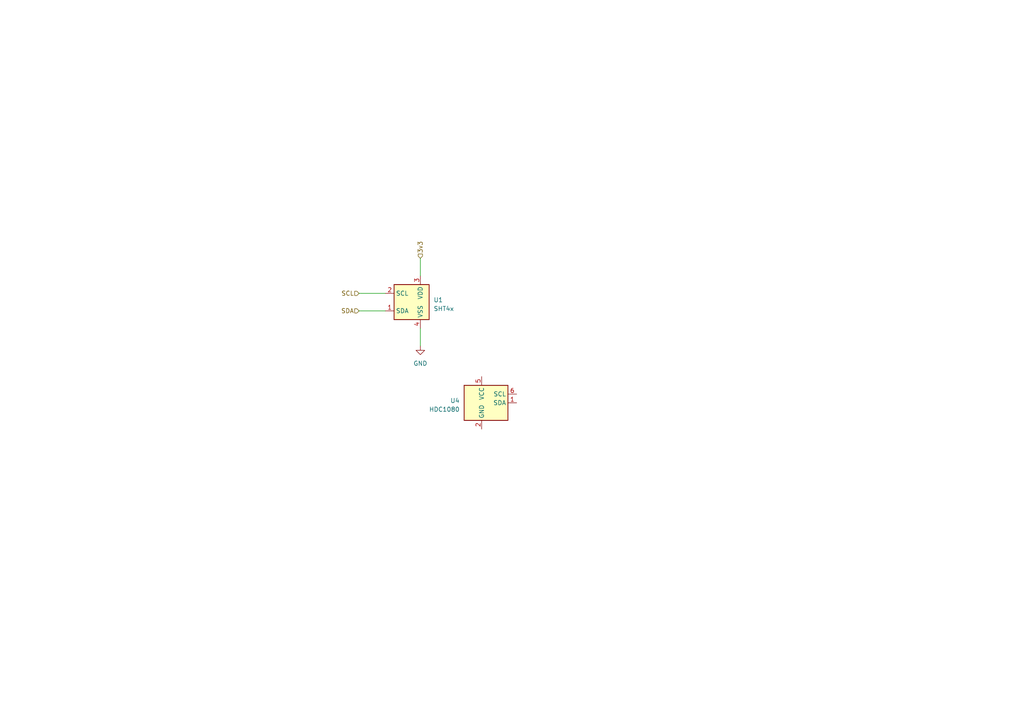
<source format=kicad_sch>
(kicad_sch (version 20230121) (generator eeschema)

  (uuid de5c73f6-f288-4517-b09b-7ee62778e801)

  (paper "A4")

  (lib_symbols
    (symbol "Sensor_Humidity:HDC1080" (in_bom yes) (on_board yes)
      (property "Reference" "U" (at -6.35 6.35 0)
        (effects (font (size 1.27 1.27)))
      )
      (property "Value" "HDC1080" (at 3.81 6.35 0)
        (effects (font (size 1.27 1.27)))
      )
      (property "Footprint" "Package_SON:Texas_PWSON-N6" (at -1.27 -6.35 0)
        (effects (font (size 1.27 1.27)) (justify left) hide)
      )
      (property "Datasheet" "http://www.ti.com/lit/ds/symlink/hdc1080.pdf" (at -10.16 6.35 0)
        (effects (font (size 1.27 1.27)) hide)
      )
      (property "ki_keywords" "Temperature Humidity Sensor" (at 0 0 0)
        (effects (font (size 1.27 1.27)) hide)
      )
      (property "ki_description" "Low Power,High Accuracy Digital Humidity Sensor with Temperature Sensor" (at 0 0 0)
        (effects (font (size 1.27 1.27)) hide)
      )
      (property "ki_fp_filters" "Package*SON:Texas*PWSON*N6*" (at 0 0 0)
        (effects (font (size 1.27 1.27)) hide)
      )
      (symbol "HDC1080_0_1"
        (rectangle (start -7.62 5.08) (end 5.08 -5.08)
          (stroke (width 0.254) (type default))
          (fill (type background))
        )
      )
      (symbol "HDC1080_1_1"
        (pin bidirectional line (at 7.62 0 180) (length 2.54)
          (name "SDA" (effects (font (size 1.27 1.27))))
          (number "1" (effects (font (size 1.27 1.27))))
        )
        (pin power_in line (at -2.54 -7.62 90) (length 2.54)
          (name "GND" (effects (font (size 1.27 1.27))))
          (number "2" (effects (font (size 1.27 1.27))))
        )
        (pin no_connect line (at -7.62 0 0) (length 2.54) hide
          (name "NC" (effects (font (size 1.27 1.27))))
          (number "3" (effects (font (size 1.27 1.27))))
        )
        (pin no_connect line (at -7.62 -2.54 0) (length 2.54) hide
          (name "NC" (effects (font (size 1.27 1.27))))
          (number "4" (effects (font (size 1.27 1.27))))
        )
        (pin power_in line (at -2.54 7.62 270) (length 2.54)
          (name "VCC" (effects (font (size 1.27 1.27))))
          (number "5" (effects (font (size 1.27 1.27))))
        )
        (pin input line (at 7.62 2.54 180) (length 2.54)
          (name "SCL" (effects (font (size 1.27 1.27))))
          (number "6" (effects (font (size 1.27 1.27))))
        )
        (pin no_connect line (at -7.62 2.54 0) (length 2.54) hide
          (name "DAP" (effects (font (size 1.27 1.27))))
          (number "7" (effects (font (size 1.27 1.27))))
        )
      )
    )
    (symbol "Sensor_Humidity:SHT4x" (in_bom yes) (on_board yes)
      (property "Reference" "U" (at 0 8.89 0)
        (effects (font (size 1.27 1.27)) (justify right))
      )
      (property "Value" "SHT4x" (at 0 6.35 0)
        (effects (font (size 1.27 1.27)) (justify right))
      )
      (property "Footprint" "Sensor_Humidity:Sensirion_DFN-4_1.5x1.5mm_P0.8mm_SHT4x_NoCentralPad" (at 3.81 -6.35 0)
        (effects (font (size 1.27 1.27)) (justify left) hide)
      )
      (property "Datasheet" "https://sensirion.com/media/documents/33FD6951/624C4357/Datasheet_SHT4x.pdf" (at 3.81 -8.89 0)
        (effects (font (size 1.27 1.27)) (justify left) hide)
      )
      (property "ki_keywords" "Sensirion environment environmental measurement digital SHT40 SHT41 SHT45" (at 0 0 0)
        (effects (font (size 1.27 1.27)) hide)
      )
      (property "ki_description" "Digital Humidity and Temperature Sensor, +/-1%RH, +/-0.1degC, I2C, 1.08-3.6V, 16bit, DFN-4" (at 0 0 0)
        (effects (font (size 1.27 1.27)) hide)
      )
      (property "ki_fp_filters" "Sensirion?DFN*1.5x1.5mm*P0.8mm*SHT4x*" (at 0 0 0)
        (effects (font (size 1.27 1.27)) hide)
      )
      (symbol "SHT4x_1_1"
        (rectangle (start -5.08 5.08) (end 5.08 -5.08)
          (stroke (width 0.254) (type default))
          (fill (type background))
        )
        (pin bidirectional line (at -7.62 -2.54 0) (length 2.54)
          (name "SDA" (effects (font (size 1.27 1.27))))
          (number "1" (effects (font (size 1.27 1.27))))
        )
        (pin input line (at -7.62 2.54 0) (length 2.54)
          (name "SCL" (effects (font (size 1.27 1.27))))
          (number "2" (effects (font (size 1.27 1.27))))
        )
        (pin power_in line (at 2.54 7.62 270) (length 2.54)
          (name "VDD" (effects (font (size 1.27 1.27))))
          (number "3" (effects (font (size 1.27 1.27))))
        )
        (pin power_in line (at 2.54 -7.62 90) (length 2.54)
          (name "VSS" (effects (font (size 1.27 1.27))))
          (number "4" (effects (font (size 1.27 1.27))))
        )
      )
    )
    (symbol "power:GND" (power) (pin_names (offset 0)) (in_bom yes) (on_board yes)
      (property "Reference" "#PWR" (at 0 -6.35 0)
        (effects (font (size 1.27 1.27)) hide)
      )
      (property "Value" "GND" (at 0 -3.81 0)
        (effects (font (size 1.27 1.27)))
      )
      (property "Footprint" "" (at 0 0 0)
        (effects (font (size 1.27 1.27)) hide)
      )
      (property "Datasheet" "" (at 0 0 0)
        (effects (font (size 1.27 1.27)) hide)
      )
      (property "ki_keywords" "global power" (at 0 0 0)
        (effects (font (size 1.27 1.27)) hide)
      )
      (property "ki_description" "Power symbol creates a global label with name \"GND\" , ground" (at 0 0 0)
        (effects (font (size 1.27 1.27)) hide)
      )
      (symbol "GND_0_1"
        (polyline
          (pts
            (xy 0 0)
            (xy 0 -1.27)
            (xy 1.27 -1.27)
            (xy 0 -2.54)
            (xy -1.27 -1.27)
            (xy 0 -1.27)
          )
          (stroke (width 0) (type default))
          (fill (type none))
        )
      )
      (symbol "GND_1_1"
        (pin power_in line (at 0 0 270) (length 0) hide
          (name "GND" (effects (font (size 1.27 1.27))))
          (number "1" (effects (font (size 1.27 1.27))))
        )
      )
    )
  )


  (wire (pts (xy 121.92 95.25) (xy 121.92 100.33))
    (stroke (width 0) (type default))
    (uuid 137d5e41-d5ae-44a1-b156-96875a60d0e0)
  )
  (wire (pts (xy 104.14 85.09) (xy 111.76 85.09))
    (stroke (width 0) (type default))
    (uuid 58f16413-e73c-4e5f-9a8f-e97423c69dd5)
  )
  (wire (pts (xy 104.14 90.17) (xy 111.76 90.17))
    (stroke (width 0) (type default))
    (uuid bd481bd6-6aee-4a52-a218-b89c68922dd1)
  )
  (wire (pts (xy 121.92 74.93) (xy 121.92 80.01))
    (stroke (width 0) (type default))
    (uuid c3ed4cfd-c871-4cdb-a103-d1d1512e9e26)
  )

  (hierarchical_label "SDA" (shape input) (at 104.14 90.17 180) (fields_autoplaced)
    (effects (font (size 1.27 1.27)) (justify right))
    (uuid 32686f14-cf10-4cfd-b802-bf9867e11a09)
  )
  (hierarchical_label "SCL" (shape input) (at 104.14 85.09 180) (fields_autoplaced)
    (effects (font (size 1.27 1.27)) (justify right))
    (uuid 3e8f773d-bb42-4c47-b026-ecbd124f18b2)
  )
  (hierarchical_label "3v3" (shape input) (at 121.92 74.93 90) (fields_autoplaced)
    (effects (font (size 1.27 1.27)) (justify left))
    (uuid bf913469-114b-41b0-ab43-3e91dcddf8e3)
  )

  (symbol (lib_id "Sensor_Humidity:HDC1080") (at 142.24 116.84 0) (unit 1)
    (in_bom yes) (on_board yes) (dnp no) (fields_autoplaced)
    (uuid 2c1830f3-261d-403b-9571-06026ffaefe1)
    (property "Reference" "U4" (at 133.35 116.205 0)
      (effects (font (size 1.27 1.27)) (justify right))
    )
    (property "Value" "HDC1080" (at 133.35 118.745 0)
      (effects (font (size 1.27 1.27)) (justify right))
    )
    (property "Footprint" "Package_SON:Texas_PWSON-N6" (at 140.97 123.19 0)
      (effects (font (size 1.27 1.27)) (justify left) hide)
    )
    (property "Datasheet" "http://www.ti.com/lit/ds/symlink/hdc1080.pdf" (at 132.08 110.49 0)
      (effects (font (size 1.27 1.27)) hide)
    )
    (pin "1" (uuid 14e9cae7-00bd-430d-8418-52a310636529))
    (pin "2" (uuid 1cb2e5a8-d05e-46a8-9d01-cf7285626698))
    (pin "3" (uuid 1afa7e90-c0d8-400b-a530-016869e7950f))
    (pin "4" (uuid 080cba2a-3045-47a9-a0eb-d8f238fb9079))
    (pin "5" (uuid 47f9c049-547d-4ee0-a39e-09d36915c0da))
    (pin "6" (uuid 1490b94b-d6ef-4e6e-ad17-d450ad3c51a6))
    (pin "7" (uuid 7f62d7db-8ba8-45b7-b18c-52ce5b0f6f25))
    (instances
      (project "overall scematic"
        (path "/9230863d-68c5-4e85-a5d4-0f54ecfbae5b/5eab94a0-95fb-4405-9961-390291429e6b"
          (reference "U4") (unit 1)
        )
      )
    )
  )

  (symbol (lib_id "Sensor_Humidity:SHT4x") (at 119.38 87.63 0) (unit 1)
    (in_bom yes) (on_board yes) (dnp no) (fields_autoplaced)
    (uuid 870a873b-80e9-413b-8763-71c04fcb12a9)
    (property "Reference" "U1" (at 125.73 86.995 0)
      (effects (font (size 1.27 1.27)) (justify left))
    )
    (property "Value" "SHT4x" (at 125.73 89.535 0)
      (effects (font (size 1.27 1.27)) (justify left))
    )
    (property "Footprint" "Sensor_Humidity:Sensirion_DFN-4_1.5x1.5mm_P0.8mm_SHT4x_NoCentralPad" (at 123.19 93.98 0)
      (effects (font (size 1.27 1.27)) (justify left) hide)
    )
    (property "Datasheet" "https://sensirion.com/media/documents/33FD6951/624C4357/Datasheet_SHT4x.pdf" (at 123.19 96.52 0)
      (effects (font (size 1.27 1.27)) (justify left) hide)
    )
    (pin "1" (uuid 784b6075-2a42-4795-9c9b-be742b57f9ca))
    (pin "2" (uuid fc085f22-9ffc-4c4a-8035-4ad61a7116fa))
    (pin "3" (uuid 8c1300c8-c8c8-4b4d-9036-315ea9fa4b94))
    (pin "4" (uuid feeff817-fa43-45c2-95c1-b40546d574c6))
    (instances
      (project "overall scematic"
        (path "/9230863d-68c5-4e85-a5d4-0f54ecfbae5b/5eab94a0-95fb-4405-9961-390291429e6b"
          (reference "U1") (unit 1)
        )
      )
    )
  )

  (symbol (lib_id "power:GND") (at 121.92 100.33 0) (unit 1)
    (in_bom yes) (on_board yes) (dnp no) (fields_autoplaced)
    (uuid ae958dcd-2891-4237-9a2c-1587a14c7592)
    (property "Reference" "#PWR01" (at 121.92 106.68 0)
      (effects (font (size 1.27 1.27)) hide)
    )
    (property "Value" "GND" (at 121.92 105.41 0)
      (effects (font (size 1.27 1.27)))
    )
    (property "Footprint" "" (at 121.92 100.33 0)
      (effects (font (size 1.27 1.27)) hide)
    )
    (property "Datasheet" "" (at 121.92 100.33 0)
      (effects (font (size 1.27 1.27)) hide)
    )
    (pin "1" (uuid b30a1917-072e-4d79-9ae9-ce1ec7bd50af))
    (instances
      (project "overall scematic"
        (path "/9230863d-68c5-4e85-a5d4-0f54ecfbae5b/5eab94a0-95fb-4405-9961-390291429e6b"
          (reference "#PWR01") (unit 1)
        )
      )
    )
  )
)

</source>
